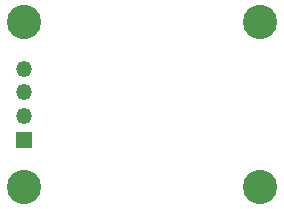
<source format=gbl>
G04 #@! TF.GenerationSoftware,KiCad,Pcbnew,(5.0.0)*
G04 #@! TF.CreationDate,2019-02-28T23:25:29+00:00*
G04 #@! TF.ProjectId,AS5600_I2C_v1,4153353630305F4932435F76312E6B69,rev?*
G04 #@! TF.SameCoordinates,Original*
G04 #@! TF.FileFunction,Copper,L2,Bot,Signal*
G04 #@! TF.FilePolarity,Positive*
%FSLAX46Y46*%
G04 Gerber Fmt 4.6, Leading zero omitted, Abs format (unit mm)*
G04 Created by KiCad (PCBNEW (5.0.0)) date 02/28/19 23:25:29*
%MOMM*%
%LPD*%
G01*
G04 APERTURE LIST*
G04 #@! TA.AperFunction,ComponentPad*
%ADD10O,1.350000X1.350000*%
G04 #@! TD*
G04 #@! TA.AperFunction,ComponentPad*
%ADD11R,1.350000X1.350000*%
G04 #@! TD*
G04 #@! TA.AperFunction,WasherPad*
%ADD12C,2.900000*%
G04 #@! TD*
G04 APERTURE END LIST*
D10*
G04 #@! TO.P,J1,4*
G04 #@! TO.N,SDA*
X152000000Y-63000000D03*
G04 #@! TO.P,J1,3*
G04 #@! TO.N,SCL*
X152000000Y-65000000D03*
G04 #@! TO.P,J1,2*
G04 #@! TO.N,+5V*
X152000000Y-67000000D03*
D11*
G04 #@! TO.P,J1,1*
G04 #@! TO.N,GND*
X152000000Y-69000000D03*
G04 #@! TD*
D12*
G04 #@! TO.P,2.5mm ,*
G04 #@! TO.N,*
X152000000Y-59000000D03*
G04 #@! TD*
G04 #@! TO.P,2.5mm ,*
G04 #@! TO.N,*
X172000000Y-59000000D03*
G04 #@! TD*
G04 #@! TO.P,2.5mm ,*
G04 #@! TO.N,*
X172000000Y-73000000D03*
G04 #@! TD*
G04 #@! TO.P,2.5mm ,*
G04 #@! TO.N,*
X152000000Y-73000000D03*
G04 #@! TD*
M02*

</source>
